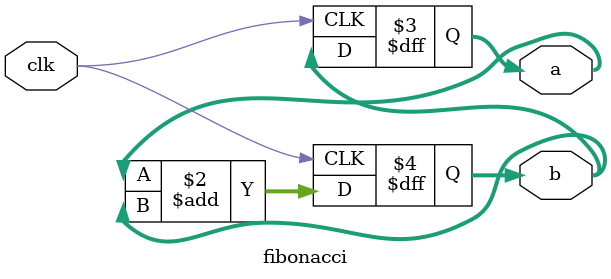
<source format=sv>
module fibonacci(
    input wire clk,
    output reg [31:0] a,
    output reg [31:0] b
);
    always @ (posedge clk) begin
        a <= b;
        b <= a + b;
    end
endmodule

</source>
